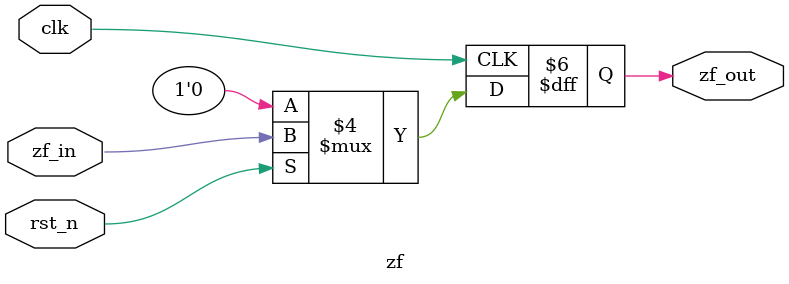
<source format=v>
module zf(clk, rst_n, zf_in, zf_out);
	input wire clk, rst_n, zf_in;
	output reg zf_out;

	always @(posedge clk) begin
		if (!rst_n) begin
			zf_out <= 0;
		end else begin
			zf_out <= zf_in;
		end
	end

endmodule

</source>
